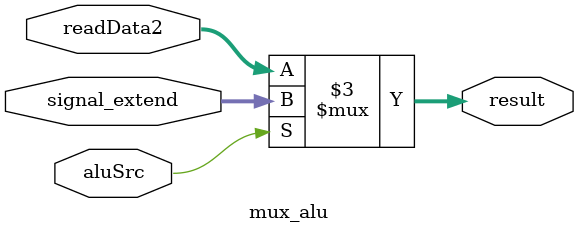
<source format=v>
module mux_alu(
    input wire [31:0] readData2,
    input wire [31:0] signal_extend,
    input wire aluSrc,
    output reg [31:0] result
);

    always @(*) begin
        case (aluSrc)
            1'b0: result <= readData2;
            default: result <= signal_extend;
        endcase
    end

endmodule
</source>
